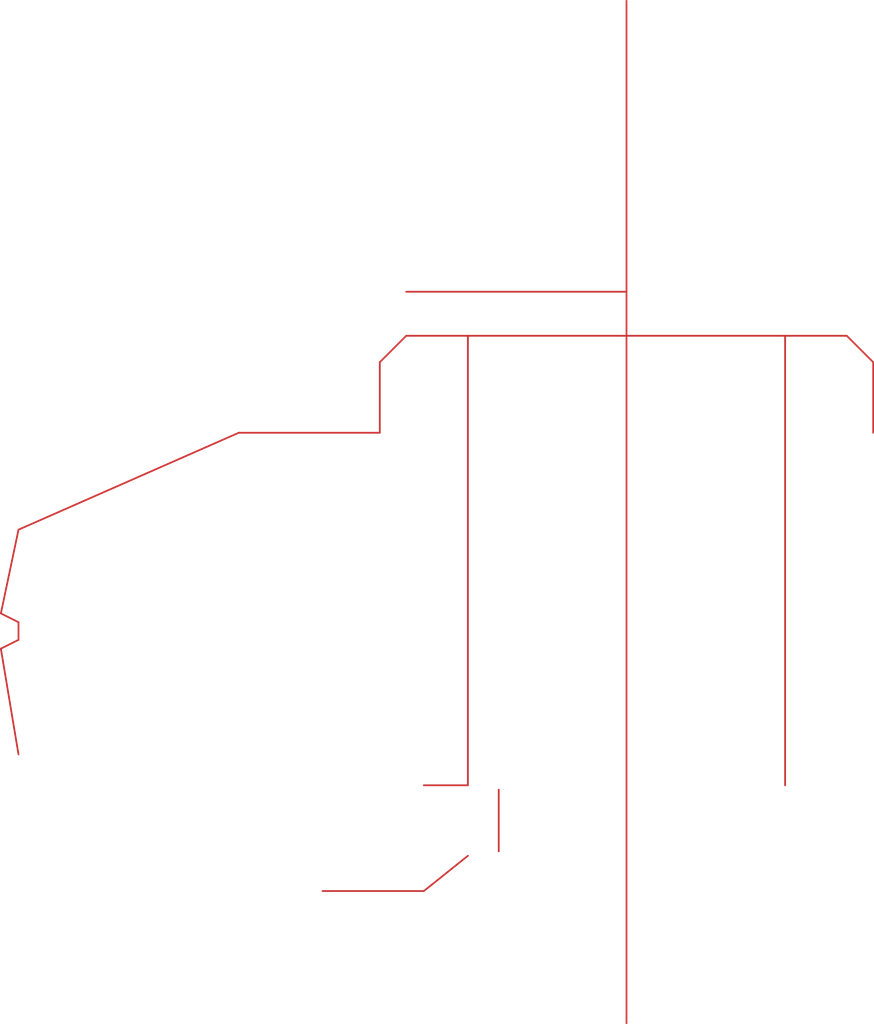
<source format=kicad_pcb>
(kicad_pcb
	(version 20241229)
	(generator "pcbnew")
	(generator_version "9.0")
	(general
		(thickness 1.6)
		(legacy_teardrops no)
	)
	(paper "A4")
	(layers
		(0 "F.Cu" signal)
		(2 "B.Cu" signal)
		(9 "F.Adhes" user "F.Adhesive")
		(11 "B.Adhes" user "B.Adhesive")
		(13 "F.Paste" user)
		(15 "B.Paste" user)
		(5 "F.SilkS" user "F.Silkscreen")
		(7 "B.SilkS" user "B.Silkscreen")
		(1 "F.Mask" user)
		(3 "B.Mask" user)
		(17 "Dwgs.User" user "User.Drawings")
		(19 "Cmts.User" user "User.Comments")
		(21 "Eco1.User" user "User.Eco1")
		(23 "Eco2.User" user "User.Eco2")
		(25 "Edge.Cuts" user)
		(27 "Margin" user)
		(31 "F.CrtYd" user "F.Courtyard")
		(29 "B.CrtYd" user "B.Courtyard")
		(35 "F.Fab" user)
		(33 "B.Fab" user)
		(39 "User.1" user)
		(41 "User.2" user)
		(43 "User.3" user)
		(45 "User.4" user)
	)
	(setup
		(pad_to_mask_clearance 0)
		(allow_soldermask_bridges_in_footprints no)
		(tenting front back)
		(pcbplotparams
			(layerselection 0x00000000_00000000_55555555_5755f5ff)
			(plot_on_all_layers_selection 0x00000000_00000000_00000000_00000000)
			(disableapertmacros no)
			(usegerberextensions no)
			(usegerberattributes yes)
			(usegerberadvancedattributes yes)
			(creategerberjobfile yes)
			(dashed_line_dash_ratio 12.000000)
			(dashed_line_gap_ratio 3.000000)
			(svgprecision 4)
			(plotframeref no)
			(mode 1)
			(useauxorigin no)
			(hpglpennumber 1)
			(hpglpenspeed 20)
			(hpglpendiameter 15.000000)
			(pdf_front_fp_property_popups yes)
			(pdf_back_fp_property_popups yes)
			(pdf_metadata yes)
			(pdf_single_document no)
			(dxfpolygonmode yes)
			(dxfimperialunits yes)
			(dxfusepcbnewfont yes)
			(psnegative no)
			(psa4output no)
			(plot_black_and_white yes)
			(sketchpadsonfab no)
			(plotpadnumbers no)
			(hidednponfab no)
			(sketchdnponfab yes)
			(crossoutdnponfab yes)
			(subtractmaskfromsilk no)
			(outputformat 1)
			(mirror no)
			(drillshape 1)
			(scaleselection 1)
			(outputdirectory "")
		)
	)
	(net 0 "")
	(gr_line
		(start 127.5 111.5)
		(end 132.5 107.5)
		(stroke
			(width 0.2)
			(type solid)
		)
		(layer "F.Cu")
		(uuid "0121cd1d-1982-41f2-8513-694b53d72583")
	)
	(gr_line
		(start 79.5 80)
		(end 81.5 70.5)
		(stroke
			(width 0.2)
			(type solid)
		)
		(layer "F.Cu")
		(uuid "04688a79-9690-4010-9577-18fe971e1c34")
	)
	(gr_line
		(start 178.5 51.5)
		(end 175.5 48.5)
		(stroke
			(width 0.2)
			(type solid)
		)
		(layer "F.Cu")
		(uuid "0c2c51a7-0ae9-44c5-9b63-bf7446d51e51")
	)
	(gr_line
		(start 132.5 48.5)
		(end 132.5 99.5)
		(stroke
			(width 0.2)
			(type solid)
		)
		(layer "F.Cu")
		(uuid "303c7050-0094-4dae-923d-6801ffb66af1")
	)
	(gr_line
		(start 127.5 99.5)
		(end 132.5 99.5)
		(stroke
			(width 0.2)
			(type solid)
		)
		(layer "F.Cu")
		(uuid "39e7d704-509a-450c-9bf8-81f73bf4dd95")
	)
	(gr_line
		(start 122.5 51.5)
		(end 122.5 59.5)
		(stroke
			(width 0.2)
			(type solid)
		)
		(layer "F.Cu")
		(uuid "54a0f4b9-788f-4617-8dc0-c5100b7b73a8")
	)
	(gr_line
		(start 81.5 81)
		(end 79.5 80)
		(stroke
			(width 0.2)
			(type solid)
		)
		(layer "F.Cu")
		(uuid "581701fc-3cad-4206-b992-5eafa58a46f9")
	)
	(gr_line
		(start 122.5 51.5)
		(end 125.5 48.5)
		(stroke
			(width 0.2)
			(type solid)
		)
		(layer "F.Cu")
		(uuid "68e8e33b-1be8-47cd-9dd6-c0432727c42e")
	)
	(gr_line
		(start 150.5 10.5)
		(end 150.5 126.5)
		(stroke
			(width 0.2)
			(type solid)
		)
		(layer "F.Cu")
		(uuid "7789a9ad-6dea-4329-93b5-ff1a1606cf74")
	)
	(gr_line
		(start 168.5 48.5)
		(end 168.5 99.5)
		(stroke
			(width 0.2)
			(type solid)
		)
		(layer "F.Cu")
		(uuid "80dc8103-aeac-419f-a757-5d9b8fbecef3")
	)
	(gr_line
		(start 125.5 43.5)
		(end 150.5 43.5)
		(stroke
			(width 0.2)
			(type solid)
		)
		(layer "F.Cu")
		(uuid "88a5bed4-ca4b-4c27-9134-1314c028b1fc")
	)
	(gr_line
		(start 178.5 51.5)
		(end 178.5 59.5)
		(stroke
			(width 0.2)
			(type solid)
		)
		(layer "F.Cu")
		(uuid "96ac589a-3c64-48f2-945d-2b74dcb273b2")
	)
	(gr_line
		(start 127.5 111.5)
		(end 116 111.5)
		(stroke
			(width 0.2)
			(type solid)
		)
		(layer "F.Cu")
		(uuid "a49ed1a9-78df-4a3d-a3bb-18e21a9e51e8")
	)
	(gr_line
		(start 125.5 48.5)
		(end 175.5 48.5)
		(stroke
			(width 0.2)
			(type solid)
		)
		(layer "F.Cu")
		(uuid "ad19bf57-cdc7-4852-af3c-7655c8bb9e78")
	)
	(gr_line
		(start 81.5 70.5)
		(end 106.5 59.5)
		(stroke
			(width 0.2)
			(type solid)
		)
		(layer "F.Cu")
		(uuid "b696234a-0f20-4993-9484-cfdebf564ada")
	)
	(gr_line
		(start 81.5 83)
		(end 79.5 84)
		(stroke
			(width 0.2)
			(type solid)
		)
		(layer "F.Cu")
		(uuid "b9dd8363-9edd-42db-add6-2d175af3d199")
	)
	(gr_line
		(start 136 100)
		(end 136 107)
		(stroke
			(width 0.2)
			(type solid)
		)
		(layer "F.Cu")
		(uuid "c9b952bb-41c9-43f3-a796-7d6f611c276b")
	)
	(gr_line
		(start 106.5 59.5)
		(end 122.5 59.5)
		(stroke
			(width 0.2)
			(type solid)
		)
		(layer "F.Cu")
		(uuid "cfa4f75b-45cf-4d7f-8ff9-7a2ec0f740ab")
	)
	(gr_line
		(start 81.5 96)
		(end 79.5 84)
		(stroke
			(width 0.2)
			(type solid)
		)
		(layer "F.Cu")
		(uuid "d2b01daa-d63d-482f-9eaa-72cfeddb5744")
	)
	(gr_line
		(start 81.5 81)
		(end 81.5 83)
		(stroke
			(width 0.2)
			(type solid)
		)
		(layer "F.Cu")
		(uuid "d8530714-421b-4c66-86d2-fc72f1000d6e")
	)
	(embedded_fonts no)
)

</source>
